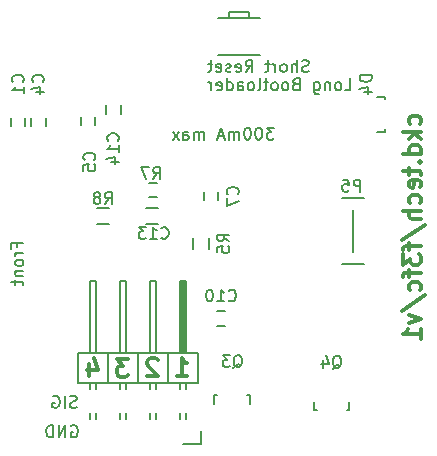
<source format=gbo>
G04 #@! TF.FileFunction,Legend,Bot*
%FSLAX46Y46*%
G04 Gerber Fmt 4.6, Leading zero omitted, Abs format (unit mm)*
G04 Created by KiCad (PCBNEW (2015-11-03 BZR 6296)-product) date Sunday, November 08, 2015 'AMt' 09:49:25 AM*
%MOMM*%
G01*
G04 APERTURE LIST*
%ADD10C,0.100000*%
%ADD11C,0.150000*%
%ADD12C,0.300000*%
G04 APERTURE END LIST*
D10*
D11*
X152935714Y-99252381D02*
X152316666Y-99252381D01*
X152650000Y-99633333D01*
X152507142Y-99633333D01*
X152411904Y-99680952D01*
X152364285Y-99728571D01*
X152316666Y-99823810D01*
X152316666Y-100061905D01*
X152364285Y-100157143D01*
X152411904Y-100204762D01*
X152507142Y-100252381D01*
X152792857Y-100252381D01*
X152888095Y-100204762D01*
X152935714Y-100157143D01*
X151697619Y-99252381D02*
X151602380Y-99252381D01*
X151507142Y-99300000D01*
X151459523Y-99347619D01*
X151411904Y-99442857D01*
X151364285Y-99633333D01*
X151364285Y-99871429D01*
X151411904Y-100061905D01*
X151459523Y-100157143D01*
X151507142Y-100204762D01*
X151602380Y-100252381D01*
X151697619Y-100252381D01*
X151792857Y-100204762D01*
X151840476Y-100157143D01*
X151888095Y-100061905D01*
X151935714Y-99871429D01*
X151935714Y-99633333D01*
X151888095Y-99442857D01*
X151840476Y-99347619D01*
X151792857Y-99300000D01*
X151697619Y-99252381D01*
X150745238Y-99252381D02*
X150649999Y-99252381D01*
X150554761Y-99300000D01*
X150507142Y-99347619D01*
X150459523Y-99442857D01*
X150411904Y-99633333D01*
X150411904Y-99871429D01*
X150459523Y-100061905D01*
X150507142Y-100157143D01*
X150554761Y-100204762D01*
X150649999Y-100252381D01*
X150745238Y-100252381D01*
X150840476Y-100204762D01*
X150888095Y-100157143D01*
X150935714Y-100061905D01*
X150983333Y-99871429D01*
X150983333Y-99633333D01*
X150935714Y-99442857D01*
X150888095Y-99347619D01*
X150840476Y-99300000D01*
X150745238Y-99252381D01*
X149983333Y-100252381D02*
X149983333Y-99585714D01*
X149983333Y-99680952D02*
X149935714Y-99633333D01*
X149840476Y-99585714D01*
X149697618Y-99585714D01*
X149602380Y-99633333D01*
X149554761Y-99728571D01*
X149554761Y-100252381D01*
X149554761Y-99728571D02*
X149507142Y-99633333D01*
X149411904Y-99585714D01*
X149269047Y-99585714D01*
X149173809Y-99633333D01*
X149126190Y-99728571D01*
X149126190Y-100252381D01*
X148697619Y-99966667D02*
X148221428Y-99966667D01*
X148792857Y-100252381D02*
X148459524Y-99252381D01*
X148126190Y-100252381D01*
X147030952Y-100252381D02*
X147030952Y-99585714D01*
X147030952Y-99680952D02*
X146983333Y-99633333D01*
X146888095Y-99585714D01*
X146745237Y-99585714D01*
X146649999Y-99633333D01*
X146602380Y-99728571D01*
X146602380Y-100252381D01*
X146602380Y-99728571D02*
X146554761Y-99633333D01*
X146459523Y-99585714D01*
X146316666Y-99585714D01*
X146221428Y-99633333D01*
X146173809Y-99728571D01*
X146173809Y-100252381D01*
X145269047Y-100252381D02*
X145269047Y-99728571D01*
X145316666Y-99633333D01*
X145411904Y-99585714D01*
X145602381Y-99585714D01*
X145697619Y-99633333D01*
X145269047Y-100204762D02*
X145364285Y-100252381D01*
X145602381Y-100252381D01*
X145697619Y-100204762D01*
X145745238Y-100109524D01*
X145745238Y-100014286D01*
X145697619Y-99919048D01*
X145602381Y-99871429D01*
X145364285Y-99871429D01*
X145269047Y-99823810D01*
X144888095Y-100252381D02*
X144364285Y-99585714D01*
X144888095Y-99585714D02*
X144364285Y-100252381D01*
X131178571Y-109342857D02*
X131178571Y-109009523D01*
X131702381Y-109009523D02*
X130702381Y-109009523D01*
X130702381Y-109485714D01*
X131702381Y-109866666D02*
X131035714Y-109866666D01*
X131226190Y-109866666D02*
X131130952Y-109914285D01*
X131083333Y-109961904D01*
X131035714Y-110057142D01*
X131035714Y-110152381D01*
X131702381Y-110628571D02*
X131654762Y-110533333D01*
X131607143Y-110485714D01*
X131511905Y-110438095D01*
X131226190Y-110438095D01*
X131130952Y-110485714D01*
X131083333Y-110533333D01*
X131035714Y-110628571D01*
X131035714Y-110771429D01*
X131083333Y-110866667D01*
X131130952Y-110914286D01*
X131226190Y-110961905D01*
X131511905Y-110961905D01*
X131607143Y-110914286D01*
X131654762Y-110866667D01*
X131702381Y-110771429D01*
X131702381Y-110628571D01*
X131035714Y-111390476D02*
X131702381Y-111390476D01*
X131130952Y-111390476D02*
X131083333Y-111438095D01*
X131035714Y-111533333D01*
X131035714Y-111676191D01*
X131083333Y-111771429D01*
X131178571Y-111819048D01*
X131702381Y-111819048D01*
X131035714Y-112152381D02*
X131035714Y-112533333D01*
X130702381Y-112295238D02*
X131559524Y-112295238D01*
X131654762Y-112342857D01*
X131702381Y-112438095D01*
X131702381Y-112533333D01*
D12*
X165307143Y-98950000D02*
X165378571Y-98807143D01*
X165378571Y-98521429D01*
X165307143Y-98378571D01*
X165235714Y-98307143D01*
X165092857Y-98235714D01*
X164664286Y-98235714D01*
X164521429Y-98307143D01*
X164450000Y-98378571D01*
X164378571Y-98521429D01*
X164378571Y-98807143D01*
X164450000Y-98950000D01*
X165378571Y-99592857D02*
X163878571Y-99592857D01*
X164807143Y-99735714D02*
X165378571Y-100164285D01*
X164378571Y-100164285D02*
X164950000Y-99592857D01*
X165378571Y-101450000D02*
X163878571Y-101450000D01*
X165307143Y-101450000D02*
X165378571Y-101307143D01*
X165378571Y-101021429D01*
X165307143Y-100878571D01*
X165235714Y-100807143D01*
X165092857Y-100735714D01*
X164664286Y-100735714D01*
X164521429Y-100807143D01*
X164450000Y-100878571D01*
X164378571Y-101021429D01*
X164378571Y-101307143D01*
X164450000Y-101450000D01*
X165235714Y-102164286D02*
X165307143Y-102235714D01*
X165378571Y-102164286D01*
X165307143Y-102092857D01*
X165235714Y-102164286D01*
X165378571Y-102164286D01*
X164378571Y-102664286D02*
X164378571Y-103235715D01*
X163878571Y-102878572D02*
X165164286Y-102878572D01*
X165307143Y-102950000D01*
X165378571Y-103092858D01*
X165378571Y-103235715D01*
X165307143Y-104307143D02*
X165378571Y-104164286D01*
X165378571Y-103878572D01*
X165307143Y-103735715D01*
X165164286Y-103664286D01*
X164592857Y-103664286D01*
X164450000Y-103735715D01*
X164378571Y-103878572D01*
X164378571Y-104164286D01*
X164450000Y-104307143D01*
X164592857Y-104378572D01*
X164735714Y-104378572D01*
X164878571Y-103664286D01*
X165307143Y-105664286D02*
X165378571Y-105521429D01*
X165378571Y-105235715D01*
X165307143Y-105092857D01*
X165235714Y-105021429D01*
X165092857Y-104950000D01*
X164664286Y-104950000D01*
X164521429Y-105021429D01*
X164450000Y-105092857D01*
X164378571Y-105235715D01*
X164378571Y-105521429D01*
X164450000Y-105664286D01*
X165378571Y-106307143D02*
X163878571Y-106307143D01*
X165378571Y-106950000D02*
X164592857Y-106950000D01*
X164450000Y-106878571D01*
X164378571Y-106735714D01*
X164378571Y-106521429D01*
X164450000Y-106378571D01*
X164521429Y-106307143D01*
X163807143Y-108735714D02*
X165735714Y-107450000D01*
X164378571Y-109021429D02*
X164378571Y-109592858D01*
X165378571Y-109235715D02*
X164092857Y-109235715D01*
X163950000Y-109307143D01*
X163878571Y-109450001D01*
X163878571Y-109592858D01*
X163878571Y-109950001D02*
X163878571Y-110878572D01*
X164450000Y-110378572D01*
X164450000Y-110592858D01*
X164521429Y-110735715D01*
X164592857Y-110807144D01*
X164735714Y-110878572D01*
X165092857Y-110878572D01*
X165235714Y-110807144D01*
X165307143Y-110735715D01*
X165378571Y-110592858D01*
X165378571Y-110164286D01*
X165307143Y-110021429D01*
X165235714Y-109950001D01*
X164378571Y-111307143D02*
X164378571Y-111878572D01*
X165378571Y-111521429D02*
X164092857Y-111521429D01*
X163950000Y-111592857D01*
X163878571Y-111735715D01*
X163878571Y-111878572D01*
X165307143Y-113021429D02*
X165378571Y-112878572D01*
X165378571Y-112592858D01*
X165307143Y-112450000D01*
X165235714Y-112378572D01*
X165092857Y-112307143D01*
X164664286Y-112307143D01*
X164521429Y-112378572D01*
X164450000Y-112450000D01*
X164378571Y-112592858D01*
X164378571Y-112878572D01*
X164450000Y-113021429D01*
X163807143Y-114735714D02*
X165735714Y-113450000D01*
X164378571Y-115092858D02*
X165378571Y-115450001D01*
X164378571Y-115807143D01*
X165378571Y-117164286D02*
X165378571Y-116307143D01*
X165378571Y-116735715D02*
X163878571Y-116735715D01*
X164092857Y-116592858D01*
X164235714Y-116450000D01*
X164307143Y-116307143D01*
D11*
X136223809Y-122904762D02*
X136080952Y-122952381D01*
X135842856Y-122952381D01*
X135747618Y-122904762D01*
X135699999Y-122857143D01*
X135652380Y-122761905D01*
X135652380Y-122666667D01*
X135699999Y-122571429D01*
X135747618Y-122523810D01*
X135842856Y-122476190D01*
X136033333Y-122428571D01*
X136128571Y-122380952D01*
X136176190Y-122333333D01*
X136223809Y-122238095D01*
X136223809Y-122142857D01*
X136176190Y-122047619D01*
X136128571Y-122000000D01*
X136033333Y-121952381D01*
X135795237Y-121952381D01*
X135652380Y-122000000D01*
X135223809Y-122952381D02*
X135223809Y-121952381D01*
X134223809Y-122000000D02*
X134319047Y-121952381D01*
X134461904Y-121952381D01*
X134604762Y-122000000D01*
X134700000Y-122095238D01*
X134747619Y-122190476D01*
X134795238Y-122380952D01*
X134795238Y-122523810D01*
X134747619Y-122714286D01*
X134700000Y-122809524D01*
X134604762Y-122904762D01*
X134461904Y-122952381D01*
X134366666Y-122952381D01*
X134223809Y-122904762D01*
X134176190Y-122857143D01*
X134176190Y-122523810D01*
X134366666Y-122523810D01*
D12*
X137314285Y-119278571D02*
X137314285Y-120278571D01*
X137671428Y-118707143D02*
X138028571Y-119778571D01*
X137099999Y-119778571D01*
X140549999Y-118828571D02*
X139621428Y-118828571D01*
X140121428Y-119400000D01*
X139907142Y-119400000D01*
X139764285Y-119471429D01*
X139692856Y-119542857D01*
X139621428Y-119685714D01*
X139621428Y-120042857D01*
X139692856Y-120185714D01*
X139764285Y-120257143D01*
X139907142Y-120328571D01*
X140335714Y-120328571D01*
X140478571Y-120257143D01*
X140549999Y-120185714D01*
X143078571Y-118921429D02*
X143007142Y-118850000D01*
X142864285Y-118778571D01*
X142507142Y-118778571D01*
X142364285Y-118850000D01*
X142292856Y-118921429D01*
X142221428Y-119064286D01*
X142221428Y-119207143D01*
X142292856Y-119421429D01*
X143149999Y-120278571D01*
X142221428Y-120278571D01*
X144721428Y-120278571D02*
X145578571Y-120278571D01*
X145149999Y-120278571D02*
X145149999Y-118778571D01*
X145292856Y-118992857D01*
X145435714Y-119135714D01*
X145578571Y-119207143D01*
D11*
X135761904Y-124500000D02*
X135857142Y-124452381D01*
X135999999Y-124452381D01*
X136142857Y-124500000D01*
X136238095Y-124595238D01*
X136285714Y-124690476D01*
X136333333Y-124880952D01*
X136333333Y-125023810D01*
X136285714Y-125214286D01*
X136238095Y-125309524D01*
X136142857Y-125404762D01*
X135999999Y-125452381D01*
X135904761Y-125452381D01*
X135761904Y-125404762D01*
X135714285Y-125357143D01*
X135714285Y-125023810D01*
X135904761Y-125023810D01*
X135285714Y-125452381D02*
X135285714Y-124452381D01*
X134714285Y-125452381D01*
X134714285Y-124452381D01*
X134238095Y-125452381D02*
X134238095Y-124452381D01*
X134000000Y-124452381D01*
X133857142Y-124500000D01*
X133761904Y-124595238D01*
X133714285Y-124690476D01*
X133666666Y-124880952D01*
X133666666Y-125023810D01*
X133714285Y-125214286D01*
X133761904Y-125309524D01*
X133857142Y-125404762D01*
X134000000Y-125452381D01*
X134238095Y-125452381D01*
X155869050Y-94479762D02*
X155726193Y-94527381D01*
X155488097Y-94527381D01*
X155392859Y-94479762D01*
X155345240Y-94432143D01*
X155297621Y-94336905D01*
X155297621Y-94241667D01*
X155345240Y-94146429D01*
X155392859Y-94098810D01*
X155488097Y-94051190D01*
X155678574Y-94003571D01*
X155773812Y-93955952D01*
X155821431Y-93908333D01*
X155869050Y-93813095D01*
X155869050Y-93717857D01*
X155821431Y-93622619D01*
X155773812Y-93575000D01*
X155678574Y-93527381D01*
X155440478Y-93527381D01*
X155297621Y-93575000D01*
X154869050Y-94527381D02*
X154869050Y-93527381D01*
X154440478Y-94527381D02*
X154440478Y-94003571D01*
X154488097Y-93908333D01*
X154583335Y-93860714D01*
X154726193Y-93860714D01*
X154821431Y-93908333D01*
X154869050Y-93955952D01*
X153821431Y-94527381D02*
X153916669Y-94479762D01*
X153964288Y-94432143D01*
X154011907Y-94336905D01*
X154011907Y-94051190D01*
X153964288Y-93955952D01*
X153916669Y-93908333D01*
X153821431Y-93860714D01*
X153678573Y-93860714D01*
X153583335Y-93908333D01*
X153535716Y-93955952D01*
X153488097Y-94051190D01*
X153488097Y-94336905D01*
X153535716Y-94432143D01*
X153583335Y-94479762D01*
X153678573Y-94527381D01*
X153821431Y-94527381D01*
X153059526Y-94527381D02*
X153059526Y-93860714D01*
X153059526Y-94051190D02*
X153011907Y-93955952D01*
X152964288Y-93908333D01*
X152869050Y-93860714D01*
X152773811Y-93860714D01*
X152583335Y-93860714D02*
X152202383Y-93860714D01*
X152440478Y-93527381D02*
X152440478Y-94384524D01*
X152392859Y-94479762D01*
X152297621Y-94527381D01*
X152202383Y-94527381D01*
X150535715Y-94527381D02*
X150869049Y-94051190D01*
X151107144Y-94527381D02*
X151107144Y-93527381D01*
X150726191Y-93527381D01*
X150630953Y-93575000D01*
X150583334Y-93622619D01*
X150535715Y-93717857D01*
X150535715Y-93860714D01*
X150583334Y-93955952D01*
X150630953Y-94003571D01*
X150726191Y-94051190D01*
X151107144Y-94051190D01*
X149726191Y-94479762D02*
X149821429Y-94527381D01*
X150011906Y-94527381D01*
X150107144Y-94479762D01*
X150154763Y-94384524D01*
X150154763Y-94003571D01*
X150107144Y-93908333D01*
X150011906Y-93860714D01*
X149821429Y-93860714D01*
X149726191Y-93908333D01*
X149678572Y-94003571D01*
X149678572Y-94098810D01*
X150154763Y-94194048D01*
X149297620Y-94479762D02*
X149202382Y-94527381D01*
X149011906Y-94527381D01*
X148916667Y-94479762D01*
X148869048Y-94384524D01*
X148869048Y-94336905D01*
X148916667Y-94241667D01*
X149011906Y-94194048D01*
X149154763Y-94194048D01*
X149250001Y-94146429D01*
X149297620Y-94051190D01*
X149297620Y-94003571D01*
X149250001Y-93908333D01*
X149154763Y-93860714D01*
X149011906Y-93860714D01*
X148916667Y-93908333D01*
X148059524Y-94479762D02*
X148154762Y-94527381D01*
X148345239Y-94527381D01*
X148440477Y-94479762D01*
X148488096Y-94384524D01*
X148488096Y-94003571D01*
X148440477Y-93908333D01*
X148345239Y-93860714D01*
X148154762Y-93860714D01*
X148059524Y-93908333D01*
X148011905Y-94003571D01*
X148011905Y-94098810D01*
X148488096Y-94194048D01*
X147726191Y-93860714D02*
X147345239Y-93860714D01*
X147583334Y-93527381D02*
X147583334Y-94384524D01*
X147535715Y-94479762D01*
X147440477Y-94527381D01*
X147345239Y-94527381D01*
X158916669Y-96077381D02*
X159392860Y-96077381D01*
X159392860Y-95077381D01*
X158440479Y-96077381D02*
X158535717Y-96029762D01*
X158583336Y-95982143D01*
X158630955Y-95886905D01*
X158630955Y-95601190D01*
X158583336Y-95505952D01*
X158535717Y-95458333D01*
X158440479Y-95410714D01*
X158297621Y-95410714D01*
X158202383Y-95458333D01*
X158154764Y-95505952D01*
X158107145Y-95601190D01*
X158107145Y-95886905D01*
X158154764Y-95982143D01*
X158202383Y-96029762D01*
X158297621Y-96077381D01*
X158440479Y-96077381D01*
X157678574Y-95410714D02*
X157678574Y-96077381D01*
X157678574Y-95505952D02*
X157630955Y-95458333D01*
X157535717Y-95410714D01*
X157392859Y-95410714D01*
X157297621Y-95458333D01*
X157250002Y-95553571D01*
X157250002Y-96077381D01*
X156345240Y-95410714D02*
X156345240Y-96220238D01*
X156392859Y-96315476D01*
X156440478Y-96363095D01*
X156535717Y-96410714D01*
X156678574Y-96410714D01*
X156773812Y-96363095D01*
X156345240Y-96029762D02*
X156440478Y-96077381D01*
X156630955Y-96077381D01*
X156726193Y-96029762D01*
X156773812Y-95982143D01*
X156821431Y-95886905D01*
X156821431Y-95601190D01*
X156773812Y-95505952D01*
X156726193Y-95458333D01*
X156630955Y-95410714D01*
X156440478Y-95410714D01*
X156345240Y-95458333D01*
X154773811Y-95553571D02*
X154630954Y-95601190D01*
X154583335Y-95648810D01*
X154535716Y-95744048D01*
X154535716Y-95886905D01*
X154583335Y-95982143D01*
X154630954Y-96029762D01*
X154726192Y-96077381D01*
X155107145Y-96077381D01*
X155107145Y-95077381D01*
X154773811Y-95077381D01*
X154678573Y-95125000D01*
X154630954Y-95172619D01*
X154583335Y-95267857D01*
X154583335Y-95363095D01*
X154630954Y-95458333D01*
X154678573Y-95505952D01*
X154773811Y-95553571D01*
X155107145Y-95553571D01*
X153964288Y-96077381D02*
X154059526Y-96029762D01*
X154107145Y-95982143D01*
X154154764Y-95886905D01*
X154154764Y-95601190D01*
X154107145Y-95505952D01*
X154059526Y-95458333D01*
X153964288Y-95410714D01*
X153821430Y-95410714D01*
X153726192Y-95458333D01*
X153678573Y-95505952D01*
X153630954Y-95601190D01*
X153630954Y-95886905D01*
X153678573Y-95982143D01*
X153726192Y-96029762D01*
X153821430Y-96077381D01*
X153964288Y-96077381D01*
X153059526Y-96077381D02*
X153154764Y-96029762D01*
X153202383Y-95982143D01*
X153250002Y-95886905D01*
X153250002Y-95601190D01*
X153202383Y-95505952D01*
X153154764Y-95458333D01*
X153059526Y-95410714D01*
X152916668Y-95410714D01*
X152821430Y-95458333D01*
X152773811Y-95505952D01*
X152726192Y-95601190D01*
X152726192Y-95886905D01*
X152773811Y-95982143D01*
X152821430Y-96029762D01*
X152916668Y-96077381D01*
X153059526Y-96077381D01*
X152440478Y-95410714D02*
X152059526Y-95410714D01*
X152297621Y-95077381D02*
X152297621Y-95934524D01*
X152250002Y-96029762D01*
X152154764Y-96077381D01*
X152059526Y-96077381D01*
X151583335Y-96077381D02*
X151678573Y-96029762D01*
X151726192Y-95934524D01*
X151726192Y-95077381D01*
X151059525Y-96077381D02*
X151154763Y-96029762D01*
X151202382Y-95982143D01*
X151250001Y-95886905D01*
X151250001Y-95601190D01*
X151202382Y-95505952D01*
X151154763Y-95458333D01*
X151059525Y-95410714D01*
X150916667Y-95410714D01*
X150821429Y-95458333D01*
X150773810Y-95505952D01*
X150726191Y-95601190D01*
X150726191Y-95886905D01*
X150773810Y-95982143D01*
X150821429Y-96029762D01*
X150916667Y-96077381D01*
X151059525Y-96077381D01*
X149869048Y-96077381D02*
X149869048Y-95553571D01*
X149916667Y-95458333D01*
X150011905Y-95410714D01*
X150202382Y-95410714D01*
X150297620Y-95458333D01*
X149869048Y-96029762D02*
X149964286Y-96077381D01*
X150202382Y-96077381D01*
X150297620Y-96029762D01*
X150345239Y-95934524D01*
X150345239Y-95839286D01*
X150297620Y-95744048D01*
X150202382Y-95696429D01*
X149964286Y-95696429D01*
X149869048Y-95648810D01*
X148964286Y-96077381D02*
X148964286Y-95077381D01*
X148964286Y-96029762D02*
X149059524Y-96077381D01*
X149250001Y-96077381D01*
X149345239Y-96029762D01*
X149392858Y-95982143D01*
X149440477Y-95886905D01*
X149440477Y-95601190D01*
X149392858Y-95505952D01*
X149345239Y-95458333D01*
X149250001Y-95410714D01*
X149059524Y-95410714D01*
X148964286Y-95458333D01*
X148107143Y-96029762D02*
X148202381Y-96077381D01*
X148392858Y-96077381D01*
X148488096Y-96029762D01*
X148535715Y-95934524D01*
X148535715Y-95553571D01*
X148488096Y-95458333D01*
X148392858Y-95410714D01*
X148202381Y-95410714D01*
X148107143Y-95458333D01*
X148059524Y-95553571D01*
X148059524Y-95648810D01*
X148535715Y-95744048D01*
X147630953Y-96077381D02*
X147630953Y-95410714D01*
X147630953Y-95601190D02*
X147583334Y-95505952D01*
X147535715Y-95458333D01*
X147440477Y-95410714D01*
X147345238Y-95410714D01*
X158725000Y-105240000D02*
X160575000Y-105240000D01*
X158725000Y-110760000D02*
X160575000Y-110760000D01*
X159650000Y-109800000D02*
X159650000Y-106200000D01*
X131900000Y-99100000D02*
X131900000Y-98400000D01*
X130700000Y-98400000D02*
X130700000Y-99100000D01*
X133600000Y-99100000D02*
X133600000Y-98400000D01*
X132400000Y-98400000D02*
X132400000Y-99100000D01*
X136600000Y-98350000D02*
X136600000Y-99050000D01*
X137800000Y-99050000D02*
X137800000Y-98350000D01*
X148200000Y-105400000D02*
X148200000Y-104700000D01*
X147000000Y-104700000D02*
X147000000Y-105400000D01*
X148800000Y-114800000D02*
X148100000Y-114800000D01*
X148100000Y-116000000D02*
X148800000Y-116000000D01*
X146750000Y-124900000D02*
X146750000Y-126050000D01*
X146750000Y-126050000D02*
X145200000Y-126050000D01*
X137326000Y-123376000D02*
X137326000Y-123884000D01*
X137834000Y-123376000D02*
X137834000Y-123884000D01*
X139866000Y-123376000D02*
X139866000Y-123884000D01*
X140374000Y-123376000D02*
X140374000Y-123884000D01*
X142406000Y-123376000D02*
X142406000Y-123884000D01*
X142914000Y-123376000D02*
X142914000Y-123884000D01*
X144946000Y-123376000D02*
X144946000Y-123884000D01*
X145454000Y-123376000D02*
X145454000Y-123884000D01*
X145454000Y-120836000D02*
X145454000Y-121344000D01*
X144946000Y-120836000D02*
X144946000Y-121344000D01*
X142914000Y-120836000D02*
X142914000Y-121344000D01*
X142406000Y-120836000D02*
X142406000Y-121344000D01*
X137326000Y-120836000D02*
X137326000Y-121344000D01*
X137834000Y-120836000D02*
X137834000Y-121344000D01*
X139866000Y-120836000D02*
X139866000Y-121344000D01*
X140374000Y-120836000D02*
X140374000Y-121344000D01*
X145327000Y-118296000D02*
X145327000Y-112327000D01*
X145327000Y-112327000D02*
X145073000Y-112327000D01*
X145073000Y-112327000D02*
X145073000Y-118169000D01*
X145073000Y-118169000D02*
X145200000Y-118169000D01*
X145200000Y-118169000D02*
X145200000Y-112327000D01*
X136310000Y-120836000D02*
X136310000Y-118296000D01*
X141390000Y-120836000D02*
X141390000Y-118296000D01*
X141390000Y-120836000D02*
X138850000Y-120836000D01*
X138850000Y-120836000D02*
X138850000Y-118296000D01*
X140374000Y-118296000D02*
X140374000Y-112200000D01*
X140374000Y-112200000D02*
X139866000Y-112200000D01*
X139866000Y-112200000D02*
X139866000Y-118296000D01*
X138850000Y-118296000D02*
X141390000Y-118296000D01*
X136310000Y-118296000D02*
X138850000Y-118296000D01*
X137326000Y-112200000D02*
X137326000Y-118296000D01*
X137834000Y-112200000D02*
X137326000Y-112200000D01*
X137834000Y-118296000D02*
X137834000Y-112200000D01*
X136310000Y-120836000D02*
X136310000Y-118296000D01*
X138850000Y-120836000D02*
X136310000Y-120836000D01*
X138850000Y-120836000D02*
X138850000Y-118296000D01*
X143930000Y-120836000D02*
X143930000Y-118296000D01*
X143930000Y-120836000D02*
X141390000Y-120836000D01*
X141390000Y-120836000D02*
X141390000Y-118296000D01*
X142914000Y-118296000D02*
X142914000Y-112200000D01*
X142914000Y-112200000D02*
X142406000Y-112200000D01*
X142406000Y-112200000D02*
X142406000Y-118296000D01*
X141390000Y-118296000D02*
X143930000Y-118296000D01*
X143930000Y-118296000D02*
X146470000Y-118296000D01*
X144946000Y-112200000D02*
X144946000Y-118296000D01*
X145454000Y-112200000D02*
X144946000Y-112200000D01*
X145454000Y-118296000D02*
X145454000Y-112200000D01*
X143930000Y-120836000D02*
X143930000Y-118296000D01*
X146470000Y-120836000D02*
X143930000Y-120836000D01*
X146470000Y-120836000D02*
X146470000Y-118296000D01*
X146125000Y-108550000D02*
X146125000Y-109550000D01*
X147475000Y-109550000D02*
X147475000Y-108550000D01*
X142100000Y-107375000D02*
X143100000Y-107375000D01*
X143100000Y-106025000D02*
X142100000Y-106025000D01*
X137950000Y-107375000D02*
X138950000Y-107375000D01*
X138950000Y-106025000D02*
X137950000Y-106025000D01*
X142350000Y-105120000D02*
X143050000Y-105120000D01*
X143050000Y-103920000D02*
X142350000Y-103920000D01*
X161629200Y-99619820D02*
X162330240Y-99619820D01*
X162330240Y-99619820D02*
X162330240Y-99370900D01*
X162330240Y-96820840D02*
X162330240Y-96620180D01*
X162330240Y-96620180D02*
X161629200Y-96620180D01*
X150879820Y-122609660D02*
X150879820Y-121908620D01*
X150879820Y-121908620D02*
X150630900Y-121908620D01*
X148080840Y-121908620D02*
X147880180Y-121908620D01*
X147880180Y-121908620D02*
X147880180Y-122609660D01*
X156330180Y-122490340D02*
X156330180Y-123191380D01*
X156330180Y-123191380D02*
X156579100Y-123191380D01*
X159129160Y-123191380D02*
X159329820Y-123191380D01*
X159329820Y-123191380D02*
X159329820Y-122490340D01*
X150840000Y-89985000D02*
X150840000Y-89435000D01*
X150840000Y-89435000D02*
X149140000Y-89435000D01*
X149140000Y-89435000D02*
X149140000Y-89985000D01*
X148240000Y-93085000D02*
X151740000Y-93085000D01*
X151740000Y-89985000D02*
X148240000Y-89985000D01*
X138750000Y-97350000D02*
X138750000Y-98050000D01*
X139950000Y-98050000D02*
X139950000Y-97350000D01*
X160248095Y-104652381D02*
X160248095Y-103652381D01*
X159867142Y-103652381D01*
X159771904Y-103700000D01*
X159724285Y-103747619D01*
X159676666Y-103842857D01*
X159676666Y-103985714D01*
X159724285Y-104080952D01*
X159771904Y-104128571D01*
X159867142Y-104176190D01*
X160248095Y-104176190D01*
X158771904Y-103652381D02*
X159248095Y-103652381D01*
X159295714Y-104128571D01*
X159248095Y-104080952D01*
X159152857Y-104033333D01*
X158914761Y-104033333D01*
X158819523Y-104080952D01*
X158771904Y-104128571D01*
X158724285Y-104223810D01*
X158724285Y-104461905D01*
X158771904Y-104557143D01*
X158819523Y-104604762D01*
X158914761Y-104652381D01*
X159152857Y-104652381D01*
X159248095Y-104604762D01*
X159295714Y-104557143D01*
X131657143Y-95383334D02*
X131704762Y-95335715D01*
X131752381Y-95192858D01*
X131752381Y-95097620D01*
X131704762Y-94954762D01*
X131609524Y-94859524D01*
X131514286Y-94811905D01*
X131323810Y-94764286D01*
X131180952Y-94764286D01*
X130990476Y-94811905D01*
X130895238Y-94859524D01*
X130800000Y-94954762D01*
X130752381Y-95097620D01*
X130752381Y-95192858D01*
X130800000Y-95335715D01*
X130847619Y-95383334D01*
X131752381Y-96335715D02*
X131752381Y-95764286D01*
X131752381Y-96050000D02*
X130752381Y-96050000D01*
X130895238Y-95954762D01*
X130990476Y-95859524D01*
X131038095Y-95764286D01*
X133357143Y-95383334D02*
X133404762Y-95335715D01*
X133452381Y-95192858D01*
X133452381Y-95097620D01*
X133404762Y-94954762D01*
X133309524Y-94859524D01*
X133214286Y-94811905D01*
X133023810Y-94764286D01*
X132880952Y-94764286D01*
X132690476Y-94811905D01*
X132595238Y-94859524D01*
X132500000Y-94954762D01*
X132452381Y-95097620D01*
X132452381Y-95192858D01*
X132500000Y-95335715D01*
X132547619Y-95383334D01*
X132785714Y-96240477D02*
X133452381Y-96240477D01*
X132404762Y-96002381D02*
X133119048Y-95764286D01*
X133119048Y-96383334D01*
X137707143Y-101983334D02*
X137754762Y-101935715D01*
X137802381Y-101792858D01*
X137802381Y-101697620D01*
X137754762Y-101554762D01*
X137659524Y-101459524D01*
X137564286Y-101411905D01*
X137373810Y-101364286D01*
X137230952Y-101364286D01*
X137040476Y-101411905D01*
X136945238Y-101459524D01*
X136850000Y-101554762D01*
X136802381Y-101697620D01*
X136802381Y-101792858D01*
X136850000Y-101935715D01*
X136897619Y-101983334D01*
X136802381Y-102888096D02*
X136802381Y-102411905D01*
X137278571Y-102364286D01*
X137230952Y-102411905D01*
X137183333Y-102507143D01*
X137183333Y-102745239D01*
X137230952Y-102840477D01*
X137278571Y-102888096D01*
X137373810Y-102935715D01*
X137611905Y-102935715D01*
X137707143Y-102888096D01*
X137754762Y-102840477D01*
X137802381Y-102745239D01*
X137802381Y-102507143D01*
X137754762Y-102411905D01*
X137707143Y-102364286D01*
X149857143Y-104883334D02*
X149904762Y-104835715D01*
X149952381Y-104692858D01*
X149952381Y-104597620D01*
X149904762Y-104454762D01*
X149809524Y-104359524D01*
X149714286Y-104311905D01*
X149523810Y-104264286D01*
X149380952Y-104264286D01*
X149190476Y-104311905D01*
X149095238Y-104359524D01*
X149000000Y-104454762D01*
X148952381Y-104597620D01*
X148952381Y-104692858D01*
X149000000Y-104835715D01*
X149047619Y-104883334D01*
X148952381Y-105216667D02*
X148952381Y-105883334D01*
X149952381Y-105454762D01*
X149092857Y-113857143D02*
X149140476Y-113904762D01*
X149283333Y-113952381D01*
X149378571Y-113952381D01*
X149521429Y-113904762D01*
X149616667Y-113809524D01*
X149664286Y-113714286D01*
X149711905Y-113523810D01*
X149711905Y-113380952D01*
X149664286Y-113190476D01*
X149616667Y-113095238D01*
X149521429Y-113000000D01*
X149378571Y-112952381D01*
X149283333Y-112952381D01*
X149140476Y-113000000D01*
X149092857Y-113047619D01*
X148140476Y-113952381D02*
X148711905Y-113952381D01*
X148426191Y-113952381D02*
X148426191Y-112952381D01*
X148521429Y-113095238D01*
X148616667Y-113190476D01*
X148711905Y-113238095D01*
X147521429Y-112952381D02*
X147426190Y-112952381D01*
X147330952Y-113000000D01*
X147283333Y-113047619D01*
X147235714Y-113142857D01*
X147188095Y-113333333D01*
X147188095Y-113571429D01*
X147235714Y-113761905D01*
X147283333Y-113857143D01*
X147330952Y-113904762D01*
X147426190Y-113952381D01*
X147521429Y-113952381D01*
X147616667Y-113904762D01*
X147664286Y-113857143D01*
X147711905Y-113761905D01*
X147759524Y-113571429D01*
X147759524Y-113333333D01*
X147711905Y-113142857D01*
X147664286Y-113047619D01*
X147616667Y-113000000D01*
X147521429Y-112952381D01*
X149152381Y-108883334D02*
X148676190Y-108550000D01*
X149152381Y-108311905D02*
X148152381Y-108311905D01*
X148152381Y-108692858D01*
X148200000Y-108788096D01*
X148247619Y-108835715D01*
X148342857Y-108883334D01*
X148485714Y-108883334D01*
X148580952Y-108835715D01*
X148628571Y-108788096D01*
X148676190Y-108692858D01*
X148676190Y-108311905D01*
X148152381Y-109788096D02*
X148152381Y-109311905D01*
X148628571Y-109264286D01*
X148580952Y-109311905D01*
X148533333Y-109407143D01*
X148533333Y-109645239D01*
X148580952Y-109740477D01*
X148628571Y-109788096D01*
X148723810Y-109835715D01*
X148961905Y-109835715D01*
X149057143Y-109788096D01*
X149104762Y-109740477D01*
X149152381Y-109645239D01*
X149152381Y-109407143D01*
X149104762Y-109311905D01*
X149057143Y-109264286D01*
X142716666Y-103602381D02*
X143050000Y-103126190D01*
X143288095Y-103602381D02*
X143288095Y-102602381D01*
X142907142Y-102602381D01*
X142811904Y-102650000D01*
X142764285Y-102697619D01*
X142716666Y-102792857D01*
X142716666Y-102935714D01*
X142764285Y-103030952D01*
X142811904Y-103078571D01*
X142907142Y-103126190D01*
X143288095Y-103126190D01*
X142383333Y-102602381D02*
X141716666Y-102602381D01*
X142145238Y-103602381D01*
X138616666Y-105702381D02*
X138950000Y-105226190D01*
X139188095Y-105702381D02*
X139188095Y-104702381D01*
X138807142Y-104702381D01*
X138711904Y-104750000D01*
X138664285Y-104797619D01*
X138616666Y-104892857D01*
X138616666Y-105035714D01*
X138664285Y-105130952D01*
X138711904Y-105178571D01*
X138807142Y-105226190D01*
X139188095Y-105226190D01*
X138045238Y-105130952D02*
X138140476Y-105083333D01*
X138188095Y-105035714D01*
X138235714Y-104940476D01*
X138235714Y-104892857D01*
X138188095Y-104797619D01*
X138140476Y-104750000D01*
X138045238Y-104702381D01*
X137854761Y-104702381D01*
X137759523Y-104750000D01*
X137711904Y-104797619D01*
X137664285Y-104892857D01*
X137664285Y-104940476D01*
X137711904Y-105035714D01*
X137759523Y-105083333D01*
X137854761Y-105130952D01*
X138045238Y-105130952D01*
X138140476Y-105178571D01*
X138188095Y-105226190D01*
X138235714Y-105321429D01*
X138235714Y-105511905D01*
X138188095Y-105607143D01*
X138140476Y-105654762D01*
X138045238Y-105702381D01*
X137854761Y-105702381D01*
X137759523Y-105654762D01*
X137711904Y-105607143D01*
X137664285Y-105511905D01*
X137664285Y-105321429D01*
X137711904Y-105226190D01*
X137759523Y-105178571D01*
X137854761Y-105130952D01*
X143392857Y-108557143D02*
X143440476Y-108604762D01*
X143583333Y-108652381D01*
X143678571Y-108652381D01*
X143821429Y-108604762D01*
X143916667Y-108509524D01*
X143964286Y-108414286D01*
X144011905Y-108223810D01*
X144011905Y-108080952D01*
X143964286Y-107890476D01*
X143916667Y-107795238D01*
X143821429Y-107700000D01*
X143678571Y-107652381D01*
X143583333Y-107652381D01*
X143440476Y-107700000D01*
X143392857Y-107747619D01*
X142440476Y-108652381D02*
X143011905Y-108652381D01*
X142726191Y-108652381D02*
X142726191Y-107652381D01*
X142821429Y-107795238D01*
X142916667Y-107890476D01*
X143011905Y-107938095D01*
X142107143Y-107652381D02*
X141488095Y-107652381D01*
X141821429Y-108033333D01*
X141678571Y-108033333D01*
X141583333Y-108080952D01*
X141535714Y-108128571D01*
X141488095Y-108223810D01*
X141488095Y-108461905D01*
X141535714Y-108557143D01*
X141583333Y-108604762D01*
X141678571Y-108652381D01*
X141964286Y-108652381D01*
X142059524Y-108604762D01*
X142107143Y-108557143D01*
X161202381Y-94811905D02*
X160202381Y-94811905D01*
X160202381Y-95050000D01*
X160250000Y-95192858D01*
X160345238Y-95288096D01*
X160440476Y-95335715D01*
X160630952Y-95383334D01*
X160773810Y-95383334D01*
X160964286Y-95335715D01*
X161059524Y-95288096D01*
X161154762Y-95192858D01*
X161202381Y-95050000D01*
X161202381Y-94811905D01*
X160535714Y-96240477D02*
X161202381Y-96240477D01*
X160154762Y-96002381D02*
X160869048Y-95764286D01*
X160869048Y-96383334D01*
X149495238Y-119597619D02*
X149590476Y-119550000D01*
X149685714Y-119454762D01*
X149828571Y-119311905D01*
X149923810Y-119264286D01*
X150019048Y-119264286D01*
X149971429Y-119502381D02*
X150066667Y-119454762D01*
X150161905Y-119359524D01*
X150209524Y-119169048D01*
X150209524Y-118835714D01*
X150161905Y-118645238D01*
X150066667Y-118550000D01*
X149971429Y-118502381D01*
X149780952Y-118502381D01*
X149685714Y-118550000D01*
X149590476Y-118645238D01*
X149542857Y-118835714D01*
X149542857Y-119169048D01*
X149590476Y-119359524D01*
X149685714Y-119454762D01*
X149780952Y-119502381D01*
X149971429Y-119502381D01*
X149209524Y-118502381D02*
X148590476Y-118502381D01*
X148923810Y-118883333D01*
X148780952Y-118883333D01*
X148685714Y-118930952D01*
X148638095Y-118978571D01*
X148590476Y-119073810D01*
X148590476Y-119311905D01*
X148638095Y-119407143D01*
X148685714Y-119454762D01*
X148780952Y-119502381D01*
X149066667Y-119502381D01*
X149161905Y-119454762D01*
X149209524Y-119407143D01*
X157895238Y-119647619D02*
X157990476Y-119600000D01*
X158085714Y-119504762D01*
X158228571Y-119361905D01*
X158323810Y-119314286D01*
X158419048Y-119314286D01*
X158371429Y-119552381D02*
X158466667Y-119504762D01*
X158561905Y-119409524D01*
X158609524Y-119219048D01*
X158609524Y-118885714D01*
X158561905Y-118695238D01*
X158466667Y-118600000D01*
X158371429Y-118552381D01*
X158180952Y-118552381D01*
X158085714Y-118600000D01*
X157990476Y-118695238D01*
X157942857Y-118885714D01*
X157942857Y-119219048D01*
X157990476Y-119409524D01*
X158085714Y-119504762D01*
X158180952Y-119552381D01*
X158371429Y-119552381D01*
X157085714Y-118885714D02*
X157085714Y-119552381D01*
X157323810Y-118504762D02*
X157561905Y-119219048D01*
X156942857Y-119219048D01*
X139707143Y-100357143D02*
X139754762Y-100309524D01*
X139802381Y-100166667D01*
X139802381Y-100071429D01*
X139754762Y-99928571D01*
X139659524Y-99833333D01*
X139564286Y-99785714D01*
X139373810Y-99738095D01*
X139230952Y-99738095D01*
X139040476Y-99785714D01*
X138945238Y-99833333D01*
X138850000Y-99928571D01*
X138802381Y-100071429D01*
X138802381Y-100166667D01*
X138850000Y-100309524D01*
X138897619Y-100357143D01*
X139802381Y-101309524D02*
X139802381Y-100738095D01*
X139802381Y-101023809D02*
X138802381Y-101023809D01*
X138945238Y-100928571D01*
X139040476Y-100833333D01*
X139088095Y-100738095D01*
X139135714Y-102166667D02*
X139802381Y-102166667D01*
X138754762Y-101928571D02*
X139469048Y-101690476D01*
X139469048Y-102309524D01*
M02*

</source>
